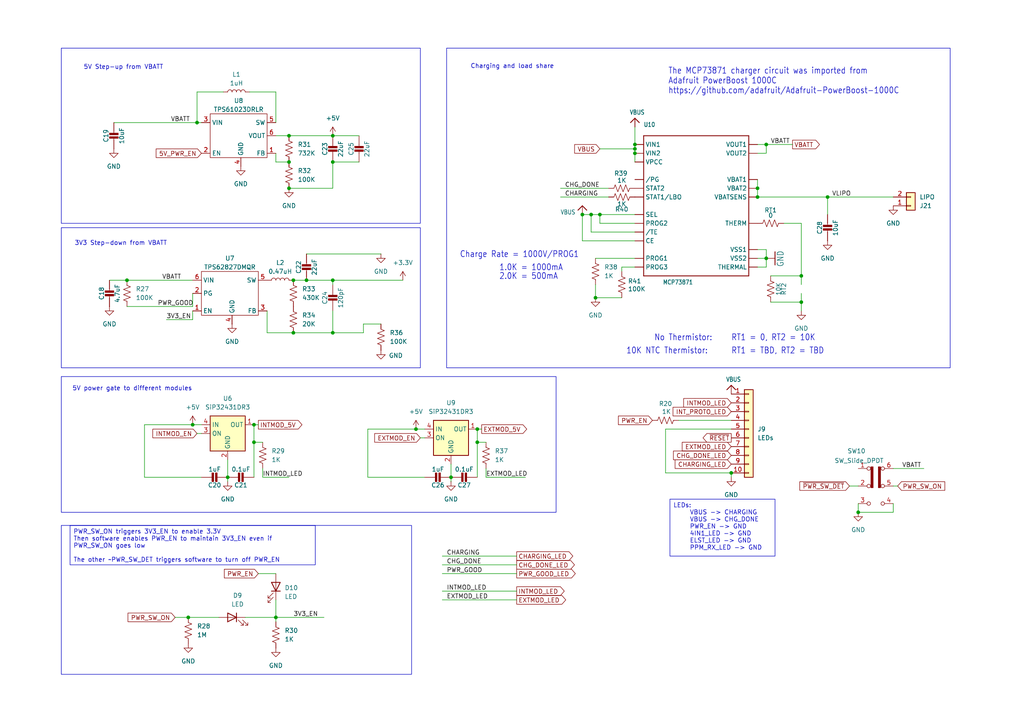
<source format=kicad_sch>
(kicad_sch (version 20231120) (generator "eeschema") (generator_version "8.0")
  (paper "A4")
  (lib_symbols
    (symbol "Adafruit PowerBoost 1000C Rev B-eagle-import:CAP_CERAMIC0805-NOOUTLINE"
      (property "Reference" "C" (at -2.29 1.25 90))
      (symbol "CAP_CERAMIC0805-NOOUTLINE_1_0"
        (rectangle (start -1.27 0.508) (end 1.27 1.016) (fill (type outline)))
        (rectangle (start -1.27 1.524) (end 1.27 2.032) (fill (type outline)))
        (polyline (pts (xy 0 0.762) (xy 0 0)) (stroke (width 0.1524)))
        (polyline (pts (xy 0 2.54) (xy 0 1.778)) (stroke (width 0.1524)))
        (pin passive line (at 0 5.08 270) (length 2.54) (name "1") (number "1"))
        (pin passive line (at 0 -2.54 90) (length 2.54) (name "2") (number "2"))
      )
    )
    (symbol "Adafruit PowerBoost 1000C Rev B-eagle-import:MCP73871"
      (property "Reference" "U7" (at -15.24 22.86 0))
      (property "Value" "MCP73871" (at -15.24 -22.86 0))
      (symbol "MCP73871_1_0"
        (polyline (pts (xy -15.24 -20.32) (xy -15.24 20.32)) (stroke (width 0.254)))
        (polyline (pts (xy -15.24 20.32) (xy 15.24 20.32)) (stroke (width 0.254)))
        (polyline (pts (xy 15.24 -20.32) (xy -15.24 -20.32)) (stroke (width 0.254)))
        (polyline (pts (xy 15.24 20.32) (xy 15.24 -20.32)) (stroke (width 0.254)))
        (pin power_out line (at 17.78 17.78 180) (length 2.54) (name "VOUT1") (number "1"))
        (pin input line (at 17.78 -12.7 180) (length 2.54) (name "VSS1") (number "10"))
        (pin input line (at 17.78 -15.24 180) (length 2.54) (name "VSS2") (number "11"))
        (pin input line (at -17.78 -17.78 0) (length 2.54) (name "PROG3") (number "12"))
        (pin input line (at -17.78 -15.24 0) (length 2.54) (name "PROG1") (number "13"))
        (pin power_out line (at 17.78 7.62 180) (length 2.54) (name "VBAT1") (number "14"))
        (pin power_out line (at 17.78 5.08 180) (length 2.54) (name "VBAT2") (number "15"))
        (pin power_in line (at 17.78 2.54 180) (length 2.54) (name "VBATSENS") (number "16"))
        (pin input line (at -17.78 -10.16 0) (length 2.54) (name "CE") (number "17"))
        (pin power_in line (at -17.78 17.78 0) (length 2.54) (name "VIN1") (number "18"))
        (pin power_in line (at -17.78 15.24 0) (length 2.54) (name "VIN2") (number "19"))
        (pin input line (at -17.78 12.7 0) (length 2.54) (name "VPCC") (number "2"))
        (pin power_out line (at 17.78 15.24 180) (length 2.54) (name "VOUT2") (number "20"))
        (pin input line (at 17.78 -17.78 180) (length 2.54) (name "THERMAL") (number "21"))
        (pin input line (at -17.78 -2.54 0) (length 2.54) (name "SEL") (number "3"))
        (pin input line (at -17.78 -5.08 0) (length 2.54) (name "PROG2") (number "4"))
        (pin input line (at 17.78 -5.08 180) (length 2.54) (name "THERM") (number "5"))
        (pin output line (at -17.78 7.62 0) (length 2.54) (name "/PG") (number "6"))
        (pin output line (at -17.78 5.08 0) (length 2.54) (name "STAT2") (number "7"))
        (pin output line (at -17.78 2.54 0) (length 2.54) (name "STAT1/LBO") (number "8"))
        (pin input line (at -17.78 -7.62 0) (length 2.54) (name "/TE") (number "9"))
      )
    )
    (symbol "Adafruit PowerBoost 1000C Rev B-eagle-import:VBUS" (power)
      (symbol "VBUS_1_0"
        (polyline (pts (xy -1.27 -1.27) (xy 0 0)) (stroke (width 0.254)))
        (polyline (pts (xy 0 0) (xy 1.27 -1.27)) (stroke (width 0.254)))
        (pin power_in line (at 0 -2.54 90) (length 2.54) (name "VBUS") (number "1"))
      )
    )
    (symbol "Adafruit PowerBoost 1000C Rev B-eagle-import:supply1_GND" (power)
      (symbol "supply1_GND_1_0"
        (polyline (pts (xy -1.905 0) (xy 1.905 0)) (stroke (width 0.254)))
        (pin power_in line (at 0 2.54 270) (length 2.54) (name "GND") (number "1"))
      )
    )
    (symbol "Connector_Generic:Conn_01x02" (pin_names (offset 1.016) hide)
      (property "Reference" "J" (at 0 2.54 0))
      (property "Value" "Conn_01x02" (at 0 -5.08 0))
      (symbol "Conn_01x02_1_1"
        (rectangle (start -1.27 -2.413) (end 0 -2.667) (stroke (width 0.1524)))
        (rectangle (start -1.27 0.127) (end 0 -0.127) (stroke (width 0.1524)))
        (rectangle (start -1.27 1.27) (end 1.27 -3.81) (stroke (width 0.254)) (fill (type background)))
        (pin passive line (at -5.08 0 0) (length 3.81) (name "Pin_1") (number "1"))
        (pin passive line (at -5.08 -2.54 0) (length 3.81) (name "Pin_2") (number "2"))
      )
    )
    (symbol "Connector_Generic:Conn_01x10" (pin_names (offset 1.016) hide)
      (property "Reference" "J" (at 0 12.7 0))
      (property "Value" "Conn_01x10" (at 0 -15.24 0))
      (symbol "Conn_01x10_1_1"
        (rectangle (start -1.27 -12.573) (end 0 -12.827) (stroke (width 0.1524)))
        (rectangle (start -1.27 -10.033) (end 0 -10.287) (stroke (width 0.1524)))
        (rectangle (start -1.27 -7.493) (end 0 -7.747) (stroke (width 0.1524)))
        (rectangle (start -1.27 -4.953) (end 0 -5.207) (stroke (width 0.1524)))
        (rectangle (start -1.27 -2.413) (end 0 -2.667) (stroke (width 0.1524)))
        (rectangle (start -1.27 0.127) (end 0 -0.127) (stroke (width 0.1524)))
        (rectangle (start -1.27 2.667) (end 0 2.413) (stroke (width 0.1524)))
        (rectangle (start -1.27 5.207) (end 0 4.953) (stroke (width 0.1524)))
        (rectangle (start -1.27 7.747) (end 0 7.493) (stroke (width 0.1524)))
        (rectangle (start -1.27 10.287) (end 0 10.033) (stroke (width 0.1524)))
        (rectangle (start -1.27 11.43) (end 1.27 -13.97) (stroke (width 0.254)) (fill (type background)))
        (pin passive line (at -5.08 10.16 0) (length 3.81) (name "Pin_1") (number "1"))
        (pin passive line (at -5.08 -12.7 0) (length 3.81) (name "Pin_10") (number "10"))
        (pin passive line (at -5.08 7.62 0) (length 3.81) (name "Pin_2") (number "2"))
        (pin passive line (at -5.08 5.08 0) (length 3.81) (name "Pin_3") (number "3"))
        (pin passive line (at -5.08 2.54 0) (length 3.81) (name "Pin_4") (number "4"))
        (pin passive line (at -5.08 0 0) (length 3.81) (name "Pin_5") (number "5"))
        (pin passive line (at -5.08 -2.54 0) (length 3.81) (name "Pin_6") (number "6"))
        (pin passive line (at -5.08 -5.08 0) (length 3.81) (name "Pin_7") (number "7"))
        (pin passive line (at -5.08 -7.62 0) (length 3.81) (name "Pin_8") (number "8"))
        (pin passive line (at -5.08 -10.16 0) (length 3.81) (name "Pin_9") (number "9"))
      )
    )
    (symbol "Device:L" (pin_numbers hide) (pin_names (offset 1.016) hide)
      (property "Reference" "L" (at -1.27 0 90))
      (property "Value" "L" (at 1.905 0 90))
      (symbol "L_0_1"
        (arc (start 0 -2.54) (mid 0.6323 -1.905) (end 0 -1.27))
        (arc (start 0 -1.27) (mid 0.6323 -0.635) (end 0 0))
        (arc (start 0 0) (mid 0.6323 0.635) (end 0 1.27))
        (arc (start 0 1.27) (mid 0.6323 1.905) (end 0 2.54))
      )
      (symbol "L_1_1"
        (pin passive line (at 0 3.81 270) (length 1.27) (name "1") (number "1"))
        (pin passive line (at 0 -3.81 90) (length 1.27) (name "2") (number "2"))
      )
    )
    (symbol "Device:LED" (pin_numbers hide) (pin_names (offset 1.016) hide)
      (property "Reference" "D" (at 0 2.54 0))
      (property "Value" "LED" (at 0 -2.54 0))
      (symbol "LED_0_1"
        (polyline (pts (xy -1.27 -1.27) (xy -1.27 1.27)) (stroke (width 0.254)))
        (polyline (pts (xy -1.27 0) (xy 1.27 0)))
        (polyline (pts (xy 1.27 -1.27) (xy 1.27 1.27) (xy -1.27 0) (xy 1.27 -1.27)) (stroke (width 0.254)))
        (polyline (pts (xy -3.048 -0.762) (xy -4.572 -2.286) (xy -3.81 -2.286) (xy -4.572 -2.286) (xy -4.572 -1.524)))
        (polyline (pts (xy -1.778 -0.762) (xy -3.302 -2.286) (xy -2.54 -2.286) (xy -3.302 -2.286) (xy -3.302 -1.524)))
      )
      (symbol "LED_1_1"
        (pin passive line (at -3.81 0 0) (length 2.54) (name "K") (number "1"))
        (pin passive line (at 3.81 0 180) (length 2.54) (name "A") (number "2"))
      )
    )
    (symbol "Device:R_US" (pin_numbers hide) (pin_names (offset 0))
      (property "Reference" "R" (at 2.54 0 90))
      (property "Value" "R_US" (at -2.54 0 90))
      (symbol "R_US_0_1"
        (polyline (pts (xy 0 -2.286) (xy 0 -2.54)))
        (polyline (pts (xy 0 2.286) (xy 0 2.54)))
        (polyline (pts (xy 0 -0.762) (xy 1.016 -1.143) (xy 0 -1.524) (xy -1.016 -1.905) (xy 0 -2.286)))
        (polyline (pts (xy 0 0.762) (xy 1.016 0.381) (xy 0 0) (xy -1.016 -0.381) (xy 0 -0.762)))
        (polyline (pts (xy 0 2.286) (xy 1.016 1.905) (xy 0 1.524) (xy -1.016 1.143) (xy 0 0.762)))
      )
      (symbol "R_US_1_1"
        (pin passive line (at 0 3.81 270) (length 1.27) (name "~") (number "1"))
        (pin passive line (at 0 -3.81 90) (length 1.27) (name "~") (number "2"))
      )
    )
    (symbol "Power_Management:SiP32431DR3"
      (property "Reference" "U" (at 0 8.89 0))
      (property "Value" "SiP32431DR3" (at 0 6.35 0))
      (symbol "SiP32431DR3_0_1"
        (rectangle (start -5.08 5.08) (end 5.08 -5.08) (stroke (width 0.254)) (fill (type background)))
      )
      (symbol "SiP32431DR3_1_1"
        (pin passive line (at 7.62 2.54 180) (length 2.54) (name "OUT") (number "1"))
        (pin power_in line (at 0 -7.62 90) (length 2.54) (name "GND") (number "2"))
        (pin input line (at -7.62 0 0) (length 2.54) (name "ON") (number "3"))
        (pin passive line (at -7.62 2.54 0) (length 2.54) (name "IN") (number "4"))
        (pin passive line (at 0 -7.62 90) (length 2.54) hide (name "GND") (number "5"))
        (pin no_connect line (at 5.08 0 180) (length 2.54) hide (name "NC") (number "6"))
      )
    )
    (symbol "Switch:SW_Slide_DPDT" (pin_names (offset 0) hide)
      (property "Reference" "SW" (at 0 6.858 0))
      (property "Value" "SW_Slide_DPDT" (at 0 -8.128 0))
      (symbol "SW_Slide_DPDT_0_0"
        (circle (center -2.032 -5.08) (radius 0.508))
        (circle (center -2.032 5.08) (radius 0.508))
        (circle (center 2.032 -5.08) (radius 0.508))
        (circle (center 2.032 0) (radius 0.508))
      )
      (symbol "SW_Slide_DPDT_0_1"
        (circle (center -2.032 0) (radius 0.508))
        (circle (center 2.032 5.08) (radius 0.508))
      )
      (symbol "SW_Slide_DPDT_1_1"
        (rectangle (start -1.397 5.588) (end -0.762 -0.508) (fill (type outline)))
        (rectangle (start 0.762 5.588) (end 1.397 -0.508) (fill (type outline)))
        (pin passive line (at -5.08 5.08 0) (length 2.54) (name "A") (number "1"))
        (pin passive line (at -5.08 0 0) (length 2.54) (name "B") (number "2"))
        (pin passive line (at -5.08 -5.08 0) (length 2.54) (name "C") (number "3"))
        (pin passive line (at 5.08 -5.08 180) (length 2.54) (name "A") (number "4"))
        (pin passive line (at 5.08 0 180) (length 2.54) (name "B") (number "5"))
        (pin passive line (at 5.08 5.08 180) (length 2.54) (name "C") (number "6"))
      )
    )
    (symbol "custom_symbols:TPS61023DRLR"
      (property "Reference" "U" (at -4.572 1.524 0))
      (property "Value" "TPS61023DRLR" (at 0 0 0))
      (symbol "TPS61023DRLR_0_1"
        (rectangle (start -8.89 7.62) (end 7.62 -5.08))
      )
      (symbol "TPS61023DRLR_1_1"
        (pin input line (at 10.16 -3.81 180) (length 2.54) (name "FB") (number "1"))
        (pin input line (at -11.43 -3.81 0) (length 2.54) (name "EN") (number "2"))
        (pin power_in line (at -11.43 5.08 0) (length 2.54) (name "VIN") (number "3"))
        (pin power_out line (at 0 -7.62 90) (length 2.54) (name "GND") (number "4"))
        (pin power_out line (at 10.16 5.08 180) (length 2.54) (name "SW") (number "5"))
        (pin power_out line (at 10.16 1.27 180) (length 2.54) (name "VOUT") (number "6"))
      )
    )
    (symbol "custom_symbols:TPS62827DMQR"
      (property "Reference" "U" (at -2.032 2.032 0))
      (property "Value" "TPS62827DMQR" (at 0 0 0))
      (symbol "TPS62827DMQR_0_1"
        (rectangle (start -8.89 7.62) (end 7.62 -5.08))
      )
      (symbol "TPS62827DMQR_1_1"
        (pin input line (at -11.43 -3.81 0) (length 2.54) (name "EN") (number "1"))
        (pin output line (at -11.43 1.27 0) (length 2.54) (name "PG") (number "2"))
        (pin input line (at 10.16 -3.81 180) (length 2.54) (name "FB") (number "3"))
        (pin power_out line (at 0 -7.62 90) (length 2.54) (name "GND") (number "4"))
        (pin power_out line (at 10.16 5.08 180) (length 2.54) (name "SW") (number "5"))
        (pin power_in line (at -11.43 5.08 0) (length 2.54) (name "VIN") (number "6"))
      )
    )
    (symbol "power:+3.3V" (power) (pin_numbers hide) (pin_names (offset 0) hide)
      (property "Value" "+3.3V" (at 0 3.556 0))
      (symbol "+3.3V_0_1"
        (polyline (pts (xy -0.762 1.27) (xy 0 2.54)))
        (polyline (pts (xy 0 0) (xy 0 2.54)))
        (polyline (pts (xy 0 2.54) (xy 0.762 1.27)))
      )
      (symbol "+3.3V_1_1"
        (pin power_in line (at 0 0 90) (length 0) (name "~") (number "1"))
      )
    )
    (symbol "power:+5V" (power) (pin_numbers hide) (pin_names (offset 0) hide)
      (property "Value" "+5V" (at 0 3.556 0))
      (symbol "+5V_0_1"
        (polyline (pts (xy -0.762 1.27) (xy 0 2.54)))
        (polyline (pts (xy 0 0) (xy 0 2.54)))
        (polyline (pts (xy 0 2.54) (xy 0.762 1.27)))
      )
      (symbol "+5V_1_1"
        (pin power_in line (at 0 0 90) (length 0) (name "~") (number "1"))
      )
    )
    (symbol "power:GND" (power) (pin_numbers hide) (pin_names (offset 0) hide)
      (property "Value" "GND" (at 0 -3.81 0))
      (symbol "GND_0_1"
        (polyline (pts (xy 0 0) (xy 0 -1.27) (xy 1.27 -1.27) (xy 0 -2.54) (xy -1.27 -1.27) (xy 0 -1.27)))
      )
      (symbol "GND_1_1"
        (pin power_in line (at 0 0 270) (length 0) (name "~") (number "1"))
      )
    )
  )
  (junction (at 172.72 86.36))
  (junction (at 232.41 87.63))
  (junction (at 80.01 179.07))
  (junction (at 83.82 46.99))
  (junction (at 232.41 80.01))
  (junction (at 219.71 57.15))
  (junction (at 171.45 62.23))
  (junction (at 184.15 44.45))
  (junction (at 83.82 39.37))
  (junction (at 184.15 41.91))
  (junction (at 54.61 179.07))
  (junction (at 248.92 148.59))
  (junction (at 240.03 57.15))
  (junction (at 120.65 124.46))
  (junction (at 173.99 62.23))
  (junction (at 219.71 54.61))
  (junction (at 212.09 137.16))
  (junction (at 96.52 39.37))
  (junction (at 88.9 81.28))
  (junction (at 96.52 46.99))
  (junction (at 184.15 43.18))
  (junction (at 85.09 81.28))
  (junction (at 73.66 123.19))
  (junction (at 73.66 128.27))
  (junction (at 36.83 81.28))
  (junction (at 83.82 54.61))
  (junction (at 96.52 96.52))
  (junction (at 168.91 62.23))
  (junction (at 66.04 138.43))
  (junction (at 55.88 123.19))
  (junction (at 57.15 35.56))
  (junction (at 85.09 96.52))
  (junction (at 222.25 74.93))
  (junction (at 130.81 138.43))
  (junction (at 138.43 128.27))
  (junction (at 138.43 124.46))
  (junction (at 96.52 81.28))
  (junction (at 222.25 41.91))
  (wire (pts (xy 121.92 127) (xy 123.19 127)))
  (wire (pts (xy 138.43 128.27) (xy 138.43 138.43)))
  (wire (pts (xy 171.45 62.23) (xy 173.99 62.23)) (stroke (width 0.1524)))
  (wire (pts (xy 66.04 138.43) (xy 66.04 133.35)))
  (wire (pts (xy 168.91 62.23) (xy 171.45 62.23)) (stroke (width 0.1524)))
  (wire (pts (xy 232.41 64.77) (xy 232.41 80.01)) (stroke (width 0.1524)))
  (wire (pts (xy 83.82 39.37) (xy 96.52 39.37)))
  (wire (pts (xy 96.52 46.99) (xy 104.14 46.99)))
  (wire (pts (xy 31.75 81.28) (xy 36.83 81.28)))
  (wire (pts (xy 212.09 124.46) (xy 193.04 124.46)))
  (wire (pts (xy 36.83 81.28) (xy 55.88 81.28)))
  (wire (pts (xy 55.88 92.71) (xy 55.88 90.17)))
  (wire (pts (xy 128.27 163.83) (xy 149.86 163.83)))
  (wire (pts (xy 259.08 146.05) (xy 259.08 148.59)))
  (wire (pts (xy 128.27 171.45) (xy 149.86 171.45)))
  (wire (pts (xy 130.81 139.7) (xy 130.81 138.43)))
  (wire (pts (xy 171.45 67.31) (xy 171.45 62.23)) (stroke (width 0.1524)))
  (wire (pts (xy 162.56 54.61) (xy 176.53 54.61)))
  (wire (pts (xy 173.99 64.77) (xy 173.99 62.23)) (stroke (width 0.1524)))
  (wire (pts (xy 246.38 140.97) (xy 248.92 140.97)))
  (wire (pts (xy 184.15 41.91) (xy 184.15 43.18)) (stroke (width 0.1524)))
  (wire (pts (xy 105.41 96.52) (xy 105.41 93.98)))
  (wire (pts (xy 76.2 138.43) (xy 76.2 135.89)))
  (wire (pts (xy 219.71 77.47) (xy 222.25 77.47)) (stroke (width 0.1524)))
  (wire (pts (xy 106.68 124.46) (xy 106.68 138.43)))
  (wire (pts (xy 180.34 78.74) (xy 180.34 77.47)) (stroke (width 0.1524)))
  (wire (pts (xy 33.02 35.56) (xy 57.15 35.56)))
  (wire (pts (xy 80.01 46.99) (xy 83.82 46.99)))
  (wire (pts (xy 232.41 80.01) (xy 232.41 82.55)))
  (wire (pts (xy 168.91 62.23) (xy 168.91 69.85)) (stroke (width 0.1524)))
  (wire (pts (xy 223.52 80.01) (xy 232.41 80.01)))
  (wire (pts (xy 55.88 88.9) (xy 55.88 85.09)))
  (wire (pts (xy 96.52 54.61) (xy 83.82 54.61)))
  (wire (pts (xy 219.71 54.61) (xy 219.71 57.15)) (stroke (width 0.1524)))
  (wire (pts (xy 240.03 57.15) (xy 259.08 57.15)) (stroke (width 0.1524)))
  (wire (pts (xy 138.43 124.46) (xy 138.43 128.27)))
  (wire (pts (xy 173.99 43.18) (xy 184.15 43.18)) (stroke (width 0.1524)))
  (wire (pts (xy 172.72 82.55) (xy 172.72 86.36)))
  (wire (pts (xy 85.09 96.52) (xy 96.52 96.52)))
  (wire (pts (xy 140.97 138.43) (xy 140.97 135.89)))
  (wire (pts (xy 162.56 57.15) (xy 176.53 57.15)))
  (wire (pts (xy 212.09 138.43) (xy 212.09 137.16)))
  (wire (pts (xy 120.65 124.46) (xy 123.19 124.46)))
  (wire (pts (xy 130.81 138.43) (xy 130.81 134.62)))
  (wire (pts (xy 96.52 39.37) (xy 104.14 39.37)))
  (wire (pts (xy 55.88 123.19) (xy 58.42 123.19)))
  (wire (pts (xy 259.08 148.59) (xy 248.92 148.59)))
  (wire (pts (xy 232.41 85.09) (xy 232.41 87.63)))
  (wire (pts (xy 73.66 128.27) (xy 76.2 128.27)))
  (wire (pts (xy 64.77 26.67) (xy 57.15 26.67)))
  (wire (pts (xy 219.71 72.39) (xy 222.25 72.39)) (stroke (width 0.1524)))
  (wire (pts (xy 260.35 140.97) (xy 259.08 140.97)))
  (wire (pts (xy 96.52 82.55) (xy 96.52 81.28)))
  (wire (pts (xy 71.12 179.07) (xy 80.01 179.07)))
  (wire (pts (xy 80.01 179.07) (xy 80.01 180.34)))
  (wire (pts (xy 96.52 90.17) (xy 96.52 96.52)))
  (wire (pts (xy 138.43 128.27) (xy 140.97 128.27)))
  (wire (pts (xy 222.25 72.39) (xy 222.25 74.93)) (stroke (width 0.1524)))
  (wire (pts (xy 222.25 41.91) (xy 219.71 41.91)) (stroke (width 0.1524)))
  (wire (pts (xy 227.33 64.77) (xy 232.41 64.77)))
  (wire (pts (xy 128.27 166.37) (xy 149.86 166.37)))
  (wire (pts (xy 96.52 81.28) (xy 116.84 81.28)))
  (wire (pts (xy 73.66 128.27) (xy 73.66 138.43)))
  (wire (pts (xy 120.65 124.46) (xy 106.68 124.46)))
  (wire (pts (xy 184.15 43.18) (xy 184.15 44.45)) (stroke (width 0.1524)))
  (wire (pts (xy 41.91 123.19) (xy 41.91 138.43)))
  (wire (pts (xy 77.47 90.17) (xy 77.47 96.52)))
  (wire (pts (xy 222.25 41.91) (xy 222.25 44.45)) (stroke (width 0.1524)))
  (wire (pts (xy 168.91 69.85) (xy 184.15 69.85)) (stroke (width 0.1524)))
  (wire (pts (xy 219.71 52.07) (xy 219.71 54.61)) (stroke (width 0.1524)))
  (wire (pts (xy 57.15 35.56) (xy 58.42 35.56)))
  (wire (pts (xy 80.01 44.45) (xy 80.01 46.99)))
  (wire (pts (xy 88.9 81.28) (xy 85.09 81.28)))
  (wire (pts (xy 172.72 74.93) (xy 184.15 74.93)))
  (wire (pts (xy 193.04 124.46) (xy 193.04 137.16)))
  (wire (pts (xy 172.72 86.36) (xy 180.34 86.36)))
  (wire (pts (xy 138.43 124.46) (xy 139.7 124.46)))
  (wire (pts (xy 48.26 92.71) (xy 55.88 92.71)))
  (wire (pts (xy 73.66 123.19) (xy 74.93 123.19)))
  (wire (pts (xy 41.91 123.19) (xy 55.88 123.19)))
  (wire (pts (xy 80.01 35.56) (xy 80.01 26.67)))
  (wire (pts (xy 219.71 74.93) (xy 222.25 74.93)) (stroke (width 0.1524)))
  (wire (pts (xy 105.41 93.98) (xy 110.49 93.98)))
  (wire (pts (xy 222.25 41.91) (xy 229.87 41.91)))
  (wire (pts (xy 223.52 87.63) (xy 232.41 87.63)))
  (wire (pts (xy 57.15 26.67) (xy 57.15 35.56)))
  (wire (pts (xy 96.52 81.28) (xy 88.9 81.28)))
  (wire (pts (xy 140.97 138.43) (xy 152.4 138.43)))
  (wire (pts (xy 219.71 44.45) (xy 222.25 44.45)) (stroke (width 0.1524)))
  (wire (pts (xy 96.52 96.52) (xy 105.41 96.52)))
  (wire (pts (xy 80.01 173.99) (xy 80.01 179.07)))
  (wire (pts (xy 77.47 96.52) (xy 85.09 96.52)))
  (wire (pts (xy 57.15 125.73) (xy 58.42 125.73)))
  (wire (pts (xy 106.68 138.43) (xy 123.19 138.43)))
  (wire (pts (xy 96.52 46.99) (xy 96.52 54.61)))
  (wire (pts (xy 196.85 121.92) (xy 212.09 121.92)))
  (wire (pts (xy 180.34 77.47) (xy 184.15 77.47)) (stroke (width 0.1524)))
  (wire (pts (xy 66.04 139.7) (xy 66.04 138.43)))
  (wire (pts (xy 240.03 62.23) (xy 240.03 57.15)) (stroke (width 0.1524)))
  (wire (pts (xy 80.01 39.37) (xy 83.82 39.37)))
  (wire (pts (xy 232.41 87.63) (xy 232.41 90.17)))
  (wire (pts (xy 248.92 148.59) (xy 248.92 146.05)))
  (wire (pts (xy 222.25 77.47) (xy 222.25 74.93)) (stroke (width 0.1524)))
  (wire (pts (xy 171.45 67.31) (xy 184.15 67.31)) (stroke (width 0.1524)))
  (wire (pts (xy 50.8 179.07) (xy 54.61 179.07)))
  (wire (pts (xy 193.04 137.16) (xy 212.09 137.16)))
  (wire (pts (xy 73.66 123.19) (xy 73.66 128.27)))
  (wire (pts (xy 80.01 179.07) (xy 93.98 179.07)))
  (wire (pts (xy 83.82 138.43) (xy 76.2 138.43)))
  (wire (pts (xy 128.27 173.99) (xy 149.86 173.99)))
  (wire (pts (xy 173.99 64.77) (xy 184.15 64.77)) (stroke (width 0.1524)))
  (wire (pts (xy 88.9 73.66) (xy 110.49 73.66)))
  (wire (pts (xy 80.01 26.67) (xy 72.39 26.67)))
  (wire (pts (xy 128.27 161.29) (xy 149.86 161.29)))
  (wire (pts (xy 74.93 166.37) (xy 80.01 166.37)))
  (wire (pts (xy 184.15 62.23) (xy 173.99 62.23)) (stroke (width 0.1524)))
  (wire (pts (xy 41.91 138.43) (xy 58.42 138.43)))
  (wire (pts (xy 184.15 44.45) (xy 184.15 46.99)))
  (wire (pts (xy 54.61 179.07) (xy 63.5 179.07)))
  (wire (pts (xy 259.08 135.89) (xy 267.97 135.89)))
  (wire (pts (xy 36.83 88.9) (xy 55.88 88.9)))
  (wire (pts (xy 184.15 36.83) (xy 184.15 41.91)) (stroke (width 0.1524)))
  (wire (pts (xy 219.71 57.15) (xy 240.03 57.15)) (stroke (width 0.1524)))
  (rectangle (start 17.78 13.97) (end 121.92 64.77))
  (rectangle (start 17.78 66.04) (end 121.92 106.68))
  (rectangle (start 129.54 13.97) (end 275.59 106.68))
  (rectangle (start 17.78 109.22) (end 161.29 148.59))
  (rectangle (start 17.78 152.4) (end 119.38 195.58))
  (text_box "LEDs:\n	VBUS -> CHARGING\n	VBUS -> CHG_DONE\n	PWR_EN -> GND\n	4IN1_LED -> GND\n	ELST_LED -> GND\n	PPM_RX_LED -> GND\n" (at 194.31 144.78 0) (size 30.48 16.51) (effects (font (size 1.27 1.27)) (justify left top)))
  (text_box "PWR_SW_ON triggers 3V3_EN to enable 3.3V\nThen software enables PWR_EN to maintain 3V3_EN even if PWR_SW_ON goes low\n\nThe other ~PWR_SW_DET triggers software to turn off PWR_EN" (at 20.32 152.4 0) (size 71.12 11.43) (effects (font (size 1.27 1.27)) (justify left top)))
  (text "10K NTC Thermistor:" (at 181.61 102.87 0) (effects (font (size 1.778 1.5113)) (justify left bottom)))
  (text "5V power gate to different modules" (at 38.354 112.776 0) (effects (font (size 1.27 1.27))))
  (text "The MCP73871 charger circuit was imported from\nAdafruit PowerBoost 1000C\nhttps://github.com/adafruit/Adafruit-PowerBoost-1000C" (at 193.802 27.432 0) (effects (font (size 1.778 1.5113)) (justify left bottom)))
  (text "5V Step-up from VBATT" (at 35.814 19.558 0) (effects (font (size 1.27 1.27))))
  (text "1.0K = 1000mA" (at 144.78 78.74 0) (effects (font (size 1.778 1.5113)) (justify left bottom)))
  (text "No Thermistor:" (at 189.738 99.06 0) (effects (font (size 1.778 1.5113)) (justify left bottom)))
  (text "Charge Rate = 1000V/PROG1" (at 133.35 74.93 0) (effects (font (size 1.778 1.5113)) (justify left bottom)))
  (text "RT1 = TBD, RT2 = TBD" (at 212.09 102.87 0) (effects (font (size 1.778 1.5113)) (justify left bottom)))
  (text "Charging and load share" (at 148.59 19.304 0) (effects (font (size 1.27 1.27))))
  (text "3V3 Step-down from VBATT\n" (at 35.052 70.612 0) (effects (font (size 1.27 1.27))))
  (text "RT1 = 0, RT2 = 10K" (at 212.09 99.06 0) (effects (font (size 1.778 1.5113)) (justify left bottom)))
  (text "2.0K = 500mA" (at 144.78 81.28 0) (effects (font (size 1.778 1.5113)) (justify left bottom)))
  (label "VLIPO" (at 241.3 57.15 0))
  (label "CHG_DONE" (at 163.83 54.61 0))
  (label "VBATT" (at 46.99 81.28 0))
  (label "CHARGING" (at 129.54 161.29 0))
  (label "PWR_GOOD" (at 129.54 166.37 0))
  (label "EXTMOD_LED" (at 129.54 173.99 0))
  (label "PWR_GOOD" (at 45.72 88.9 0))
  (label "VBATT" (at 223.52 41.91 0))
  (label "INTMOD_LED" (at 76.2 138.43 0))
  (label "EXTMOD_LED" (at 140.97 138.43 0))
  (label "VBATT" (at 261.62 135.89 0))
  (label "CHARGING" (at 163.83 57.15 0))
  (label "3V3_EN" (at 48.26 92.71 0))
  (label "VBATT" (at 49.53 35.56 0))
  (label "CHG_DONE" (at 129.54 163.83 0))
  (label "3V3_EN" (at 85.09 179.07 0))
  (label "INTMOD_LED" (at 129.54 171.45 0))
  (global_label "INTMOD_LED" (shape input) (at 212.09 116.84 180) (property "Intersheetrefs" "${INTERSHEET_REFS}" (effects (hide yes))))
  (global_label "CHARGING_LED" (shape input) (at 212.09 134.62 180) (property "Intersheetrefs" "${INTERSHEET_REFS}" (effects (hide yes))))
  (global_label "EXTMOD_LED" (shape input) (at 212.09 129.54 180) (property "Intersheetrefs" "${INTERSHEET_REFS}" (effects (hide yes))))
  (global_label "VBATT" (shape output) (at 229.87 41.91 0) (property "Intersheetrefs" "${INTERSHEET_REFS}" (effects (hide yes))))
  (global_label "~{PWR_SW_DET}" (shape input) (at 246.38 140.97 180) (property "Intersheetrefs" "${INTERSHEET_REFS}" (effects (hide yes))))
  (global_label "INTMOD_5V" (shape output) (at 74.93 123.19 0) (property "Intersheetrefs" "${INTERSHEET_REFS}" (effects (hide yes))))
  (global_label "PWR_SW_ON" (shape input) (at 50.8 179.07 180) (property "Intersheetrefs" "${INTERSHEET_REFS}" (effects (hide yes))))
  (global_label "~{RESET}" (shape output) (at 212.09 127 180) (property "Intersheetrefs" "${INTERSHEET_REFS}" (effects (hide yes))))
  (global_label "VBUS" (shape input) (at 173.99 43.18 180) (property "Intersheetrefs" "${INTERSHEET_REFS}" (effects (hide yes))))
  (global_label "INT_PROTO_LED" (shape input) (at 212.09 119.38 180) (property "Intersheetrefs" "${INTERSHEET_REFS}" (effects (hide yes))))
  (global_label "EXTMOD_EN" (shape input) (at 121.92 127 180) (property "Intersheetrefs" "${INTERSHEET_REFS}" (effects (hide yes))))
  (global_label "PWR_EN" (shape input) (at 74.93 166.37 180) (property "Intersheetrefs" "${INTERSHEET_REFS}" (effects (hide yes))))
  (global_label "PWR_EN" (shape input) (at 189.23 121.92 180) (property "Intersheetrefs" "${INTERSHEET_REFS}" (effects (hide yes))))
  (global_label "CHG_DONE_LED" (shape input) (at 212.09 132.08 180) (property "Intersheetrefs" "${INTERSHEET_REFS}" (effects (hide yes))))
  (global_label "CHG_DONE_LED" (shape output) (at 149.86 163.83 0) (property "Intersheetrefs" "${INTERSHEET_REFS}" (effects (hide yes))))
  (global_label "EXTMOD_LED" (shape output) (at 149.86 173.99 0) (property "Intersheetrefs" "${INTERSHEET_REFS}" (effects (hide yes))))
  (global_label "EXTMOD_5V" (shape output) (at 139.7 124.46 0) (property "Intersheetrefs" "${INTERSHEET_REFS}" (effects (hide yes))))
  (global_label "PWR_GOOD_LED" (shape output) (at 149.86 166.37 0) (property "Intersheetrefs" "${INTERSHEET_REFS}" (effects (hide yes))))
  (global_label "CHARGING_LED" (shape output) (at 149.86 161.29 0) (property "Intersheetrefs" "${INTERSHEET_REFS}" (effects (hide yes))))
  (global_label "INTMOD_EN" (shape input) (at 57.15 125.73 180) (property "Intersheetrefs" "${INTERSHEET_REFS}" (effects (hide yes))))
  (global_label "INTMOD_LED" (shape output) (at 149.86 171.45 0) (property "Intersheetrefs" "${INTERSHEET_REFS}" (effects (hide yes))))
  (global_label "5V_PWR_EN" (shape input) (at 58.42 44.45 180) (property "Intersheetrefs" "${INTERSHEET_REFS}" (effects (hide yes))))
  (global_label "PWR_SW_ON" (shape input) (at 260.35 140.97 0) (property "Intersheetrefs" "${INTERSHEET_REFS}" (effects (hide yes))))
  (symbol (lib_id "power:GND") (at 69.85 48.26 0) (unit 1)
    (property "Reference" "#PWR075" (effects (hide yes)))
    (property "Value" "GND" (at 69.85 53.34 0))
    (property "Description" "Power symbol creates a global label with name \"GND\" , ground" (effects (hide yes)))
  )
  (symbol (lib_id "Switch:SW_Slide_DPDT") (at 254 140.97 0) (unit 1)
    (property "Reference" "SW10" (at 248.412 130.81 0))
    (property "Value" "SW_Slide_DPDT" (at 249.174 133.604 0))
    (property "Footprint" "my_footprints:SW_SLIDE_DPDT_7mm" (effects (hide yes)))
    (property "Description" "Slide Switch, dual pole double throw" (effects (hide yes)))
  )
  (symbol (lib_id "Power_Management:SiP32431DR3") (at 130.81 127 0) (unit 1)
    (property "Reference" "U9" (at 130.81 116.84 0))
    (property "Value" "SiP32431DR3" (at 130.81 119.38 0))
    (property "Footprint" "Package_TO_SOT_SMD:SOT-363_SC-70-6" (effects (hide yes)))
    (property "Datasheet" "http://www.vishay.com.hk/docs/66597/sip32431.pdf" (effects (hide yes)))
    (property "Description" "10 pA, Ultra Low Leakage and Quiescent Current, Load Switch with Reverse Blocking, High Enable, SC-70-6" (effects (hide yes)))
  )
  (symbol (lib_id "Adafruit PowerBoost 1000C Rev B-eagle-import:VBUS") (at 184.15 34.29 0) (unit 1)
    (property "Reference" "#U$03" (effects (hide yes)))
    (property "Value" "VBUS" (at 182.626 33.274 0) (effects (font (size 1.27 1.0795)) (justify left bottom)))
  )
  (symbol (lib_id "power:+5V") (at 55.88 123.19 0) (unit 1)
    (property "Reference" "#PWR072" (effects (hide yes)))
    (property "Value" "+5V" (at 55.88 118.11 0))
    (property "Description" "Power symbol creates a global label with name \"+5V\"" (effects (hide yes)))
  )
  (symbol (lib_id "power:GND") (at 259.08 59.69 0) (unit 1)
    (property "Reference" "#PWR088" (effects (hide yes)))
    (property "Value" "GND" (at 259.08 64.77 0))
    (property "Description" "Power symbol creates a global label with name \"GND\" , ground" (effects (hide yes)))
  )
  (symbol (lib_id "Device:R_US") (at 36.83 85.09 0) (unit 1)
    (property "Reference" "R27" (at 39.37 83.8199 0) (effects (justify left)))
    (property "Value" "100K" (at 39.37 86.3599 0) (effects (justify left)))
    (property "Footprint" "Resistor_SMD:R_0603_1608Metric" (effects (hide yes)))
    (property "Description" "Resistor, US symbol" (effects (hide yes)))
  )
  (symbol (lib_id "Device:R_US") (at 193.04 121.92 270) (unit 1)
    (property "Reference" "R20" (at 193.04 117.094 90))
    (property "Value" "1K" (at 193.294 119.38 90))
    (property "Footprint" "Resistor_SMD:R_0603_1608Metric" (effects (hide yes)))
    (property "Description" "Resistor, US symbol" (effects (hide yes)))
  )
  (symbol (lib_id "Adafruit PowerBoost 1000C Rev B-eagle-import:CAP_CERAMIC0805-NOOUTLINE") (at 135.89 138.43 90) (unit 1)
    (property "Reference" "C27" (at 134.64 140.72 90))
    (property "Value" "0.1uF" (at 134.64 136.13 90))
    (property "Footprint" "Capacitor_SMD:C_0603_1608Metric" (effects (hide yes)))
  )
  (symbol (lib_id "Adafruit PowerBoost 1000C Rev B-eagle-import:CAP_CERAMIC0805-NOOUTLINE") (at 128.27 138.43 90) (unit 1)
    (property "Reference" "C26" (at 127.02 140.72 90))
    (property "Value" "1uF" (at 127.02 136.13 90))
    (property "Footprint" "Capacitor_SMD:C_0603_1608Metric" (effects (hide yes)))
  )
  (symbol (lib_id "power:GND") (at 54.61 186.69 0) (unit 1)
    (property "Reference" "#PWR071" (effects (hide yes)))
    (property "Value" "GND" (at 54.61 191.77 0))
    (property "Description" "Power symbol creates a global label with name \"GND\" , ground" (effects (hide yes)))
  )
  (symbol (lib_id "Device:R_US") (at 223.52 83.82 0) (unit 1)
    (property "Reference" "RT2" (at 227.33 83.82 90))
    (property "Value" "10K" (at 225.806 83.82 90))
    (property "Footprint" "Resistor_SMD:R_0603_1608Metric" (effects (hide yes)))
    (property "Description" "Resistor, US symbol" (effects (hide yes)))
  )
  (symbol (lib_id "Adafruit PowerBoost 1000C Rev B-eagle-import:VBUS") (at 168.91 59.69 0) (unit 1)
    (property "Reference" "#U$02" (effects (hide yes)))
    (property "Value" "VBUS" (at 162.56 62.23 0) (effects (font (size 1.27 1.0795)) (justify left bottom)))
  )
  (symbol (lib_id "Device:R_US") (at 80.01 184.15 0) (unit 1)
    (property "Reference" "R30" (at 82.55 182.8799 0) (effects (justify left)))
    (property "Value" "1K" (at 82.55 185.4199 0) (effects (justify left)))
    (property "Footprint" "Resistor_SMD:R_0603_1608Metric" (effects (hide yes)))
    (property "Description" "Resistor, US symbol" (effects (hide yes)))
  )
  (symbol (lib_id "power:+5V") (at 120.65 124.46 0) (unit 1)
    (property "Reference" "#PWR083" (effects (hide yes)))
    (property "Value" "+5V" (at 120.65 119.38 0))
    (property "Description" "Power symbol creates a global label with name \"+5V\"" (effects (hide yes)))
  )
  (symbol (lib_id "power:GND") (at 248.92 148.59 0) (unit 1)
    (property "Reference" "#PWR06" (effects (hide yes)))
    (property "Value" "GND" (at 248.92 153.67 0))
    (property "Description" "Power symbol creates a global label with name \"GND\" , ground" (effects (hide yes)))
  )
  (symbol (lib_id "custom_symbols:TPS62827DMQR") (at 67.31 86.36 0) (unit 1)
    (property "Reference" "U7" (at 66.675 74.93 0))
    (property "Value" "TPS62827DMQR" (at 66.675 77.47 0))
    (property "Footprint" "my_footprints:DMQ_6" (effects (hide yes)))
  )
  (symbol (lib_id "Device:R_US") (at 223.52 64.77 90) (unit 1)
    (property "Reference" "RT1" (at 223.52 60.96 90))
    (property "Value" "0" (at 223.52 62.484 90))
    (property "Footprint" "Resistor_SMD:R_0603_1608Metric" (effects (hide yes)))
    (property "Description" "Resistor, US symbol" (effects (hide yes)))
  )
  (symbol (lib_id "power:+5V") (at 96.52 39.37 0) (unit 1)
    (property "Reference" "#PWR078" (effects (hide yes)))
    (property "Value" "+5V" (at 96.52 34.29 0))
    (property "Description" "Power symbol creates a global label with name \"+5V\"" (effects (hide yes)))
  )
  (symbol (lib_id "Adafruit PowerBoost 1000C Rev B-eagle-import:VBUS") (at 212.09 111.76 0) (unit 1)
    (property "Reference" "#U$01" (effects (hide yes)))
    (property "Value" "VBUS" (at 210.566 110.744 0) (effects (font (size 1.27 1.0795)) (justify left bottom)))
  )
  (symbol (lib_id "power:GND") (at 31.75 88.9 0) (unit 1)
    (property "Reference" "#PWR069" (effects (hide yes)))
    (property "Value" "GND" (at 31.75 93.98 0))
    (property "Description" "Power symbol creates a global label with name \"GND\" , ground" (effects (hide yes)))
  )
  (symbol (lib_id "Adafruit PowerBoost 1000C Rev B-eagle-import:CAP_CERAMIC0805-NOOUTLINE") (at 96.52 87.63 0) (unit 1)
    (property "Reference" "C24" (at 94.23 86.38 90))
    (property "Value" "120pF" (at 98.82 86.38 90))
    (property "Footprint" "Capacitor_SMD:C_0603_1608Metric" (effects (hide yes)))
  )
  (symbol (lib_id "Connector_Generic:Conn_01x10") (at 217.17 124.46 0) (unit 1)
    (property "Reference" "J9" (at 219.71 124.4599 0) (effects (justify left)))
    (property "Value" "LEDs" (at 219.71 126.9999 0) (effects (justify left)))
    (property "Footprint" "Connector_JST:JST_GH_BM10B-GHS-TBT_1x10-1MP_P1.25mm_Vertical" (effects (hide yes)))
    (property "Description" "Generic connector, single row, 01x10, script generated (kicad-library-utils/schlib/autogen/connector/)" (effects (hide yes)))
  )
  (symbol (lib_id "Device:R_US") (at 110.49 97.79 0) (unit 1)
    (property "Reference" "R36" (at 113.03 96.5199 0) (effects (justify left)))
    (property "Value" "100K" (at 113.03 99.0599 0) (effects (justify left)))
    (property "Footprint" "Resistor_SMD:R_0603_1608Metric" (effects (hide yes)))
    (property "Description" "Resistor, US symbol" (effects (hide yes)))
  )
  (symbol (lib_id "Adafruit PowerBoost 1000C Rev B-eagle-import:MCP73871") (at 201.93 59.69 0) (unit 1)
    (property "Reference" "U10" (at 186.69 36.83 0) (effects (font (size 1.27 1.0795)) (justify left bottom)))
    (property "Value" "MCP73871" (at 192.278 82.55 0) (effects (font (size 1.27 1.0795)) (justify left bottom)))
    (property "Footprint" "Package_DFN_QFN:QFN-20-1EP_4x4mm_P0.5mm_EP2.5x2.5mm" (effects (hide yes)))
  )
  (symbol (lib_id "Device:R_US") (at 83.82 43.18 0) (unit 1)
    (property "Reference" "R31" (at 86.36 41.9099 0) (effects (justify left)))
    (property "Value" "732K" (at 86.36 44.4499 0) (effects (justify left)))
    (property "Footprint" "Resistor_SMD:R_0603_1608Metric" (effects (hide yes)))
    (property "Description" "Resistor, US symbol" (effects (hide yes)))
  )
  (symbol (lib_id "Device:R_US") (at 54.61 182.88 0) (unit 1)
    (property "Reference" "R28" (at 57.15 181.6099 0) (effects (justify left)))
    (property "Value" "1M" (at 57.15 184.1499 0) (effects (justify left)))
    (property "Footprint" "Resistor_SMD:R_0603_1608Metric" (effects (hide yes)))
    (property "Description" "Resistor, US symbol" (effects (hide yes)))
  )
  (symbol (lib_id "Device:L") (at 81.28 81.28 90) (unit 1)
    (property "Reference" "L2" (at 81.28 76.2 90))
    (property "Value" "0.47uH" (at 81.28 78.74 90))
    (property "Footprint" "Inductor_SMD:L_Cenker_CKCS4020" (effects (hide yes)))
    (property "Description" "Inductor" (effects (hide yes)))
  )
  (symbol (lib_id "Adafruit PowerBoost 1000C Rev B-eagle-import:CAP_CERAMIC0805-NOOUTLINE") (at 96.52 44.45 0) (unit 1)
    (property "Reference" "C23" (at 94.23 43.2 90))
    (property "Value" "22uF" (at 98.82 43.2 90))
    (property "Footprint" "Capacitor_SMD:C_0603_1608Metric" (effects (hide yes)))
  )
  (symbol (lib_id "power:GND") (at 232.41 90.17 0) (unit 1)
    (property "Reference" "#PWR086" (effects (hide yes)))
    (property "Value" "GND" (at 232.41 95.25 0))
    (property "Description" "Power symbol creates a global label with name \"GND\" , ground" (effects (hide yes)))
  )
  (symbol (lib_id "Device:R_US") (at 180.34 82.55 0) (unit 1)
    (property "Reference" "R41" (at 182.118 81.534 0) (effects (justify left)))
    (property "Value" "100K" (at 182.118 83.82 0) (effects (justify left)))
    (property "Footprint" "Resistor_SMD:R_0603_1608Metric" (effects (hide yes)))
    (property "Description" "Resistor, US symbol" (effects (hide yes)))
  )
  (symbol (lib_id "power:GND") (at 110.49 73.66 0) (unit 1)
    (property "Reference" "#PWR080" (effects (hide yes)))
    (property "Value" "GND" (at 110.49 78.74 0))
    (property "Description" "Power symbol creates a global label with name \"GND\" , ground" (effects (hide yes)))
  )
  (symbol (lib_id "power:GND") (at 33.02 43.18 0) (unit 1)
    (property "Reference" "#PWR070" (effects (hide yes)))
    (property "Value" "GND" (at 33.02 48.26 0))
    (property "Description" "Power symbol creates a global label with name \"GND\" , ground" (effects (hide yes)))
  )
  (symbol (lib_id "Device:R_US") (at 83.82 50.8 0) (unit 1)
    (property "Reference" "R32" (at 86.36 49.5299 0) (effects (justify left)))
    (property "Value" "100K" (at 86.36 52.0699 0) (effects (justify left)))
    (property "Footprint" "Resistor_SMD:R_0603_1608Metric" (effects (hide yes)))
    (property "Description" "Resistor, US symbol" (effects (hide yes)))
  )
  (symbol (lib_id "power:GND") (at 172.72 86.36 0) (unit 1)
    (property "Reference" "#PWR085" (effects (hide yes)))
    (property "Value" "GND" (at 172.72 91.44 0))
    (property "Description" "Power symbol creates a global label with name \"GND\" , ground" (effects (hide yes)))
  )
  (symbol (lib_id "power:+3.3V") (at 116.84 81.28 0) (unit 1)
    (property "Reference" "#PWR082" (effects (hide yes)))
    (property "Value" "+3.3V" (at 116.84 76.2 0))
    (property "Description" "Power symbol creates a global label with name \"+3.3V\"" (effects (hide yes)))
  )
  (symbol (lib_id "Device:R_US") (at 140.97 132.08 0) (unit 1)
    (property "Reference" "R37" (at 143.51 130.8099 0) (effects (justify left)))
    (property "Value" "1K" (at 143.51 133.3499 0) (effects (justify left)))
    (property "Footprint" "Resistor_SMD:R_0603_1608Metric" (effects (hide yes)))
    (property "Description" "Resistor, US symbol" (effects (hide yes)))
  )
  (symbol (lib_id "Adafruit PowerBoost 1000C Rev B-eagle-import:CAP_CERAMIC0805-NOOUTLINE") (at 71.12 138.43 90) (unit 1)
    (property "Reference" "C21" (at 69.87 140.72 90))
    (property "Value" "0.1uF" (at 69.87 136.13 90))
    (property "Footprint" "Capacitor_SMD:C_0603_1608Metric" (effects (hide yes)))
  )
  (symbol (lib_id "Device:R_US") (at 180.34 54.61 90) (unit 1)
    (property "Reference" "R39" (at 180.086 50.292 90))
    (property "Value" "1K" (at 180.34 52.324 90))
    (property "Footprint" "Resistor_SMD:R_0603_1608Metric" (effects (hide yes)))
    (property "Description" "Resistor, US symbol" (effects (hide yes)))
  )
  (symbol (lib_id "Device:R_US") (at 85.09 85.09 0) (unit 1)
    (property "Reference" "R33" (at 87.63 83.8199 0) (effects (justify left)))
    (property "Value" "430K" (at 87.63 86.3599 0) (effects (justify left)))
    (property "Footprint" "Resistor_SMD:R_0603_1608Metric" (effects (hide yes)))
    (property "Description" "Resistor, US symbol" (effects (hide yes)))
  )
  (symbol (lib_id "power:GND") (at 110.49 101.6 0) (unit 1)
    (property "Reference" "#PWR081" (effects (hide yes)))
    (property "Value" "GND" (at 114.808 103.124 0))
    (property "Description" "Power symbol creates a global label with name \"GND\" , ground" (effects (hide yes)))
  )
  (symbol (lib_id "custom_symbols:TPS61023DRLR") (at 69.85 40.64 0) (unit 1)
    (property "Reference" "U8" (at 69.215 29.21 0))
    (property "Value" "TPS61023DRLR" (at 69.215 31.75 0))
    (property "Footprint" "Package_TO_SOT_SMD:Texas_R-PDSO-N6_DRL-6" (effects (hide yes)))
  )
  (symbol (lib_id "Device:LED") (at 80.01 170.18 270) (mirror x) (unit 1)
    (property "Reference" "D10" (at 82.55 170.4974 90) (effects (justify left)))
    (property "Value" "LED" (at 82.55 173.0374 90) (effects (justify left)))
    (property "Footprint" "LED_SMD:LED_0603_1608Metric" (effects (hide yes)))
    (property "Description" "Light emitting diode" (effects (hide yes)))
  )
  (symbol (lib_id "power:GND") (at 130.81 139.7 0) (unit 1)
    (property "Reference" "#PWR084" (effects (hide yes)))
    (property "Value" "GND" (at 130.81 144.78 0))
    (property "Description" "Power symbol creates a global label with name \"GND\" , ground" (effects (hide yes)))
  )
  (symbol (lib_id "power:GND") (at 212.09 138.43 0) (unit 1)
    (property "Reference" "#PWR010" (effects (hide yes)))
    (property "Value" "GND" (at 212.09 143.51 0))
    (property "Description" "Power symbol creates a global label with name \"GND\" , ground" (effects (hide yes)))
  )
  (symbol (lib_id "Adafruit PowerBoost 1000C Rev B-eagle-import:supply1_GND") (at 224.79 74.93 90) (unit 1)
    (property "Reference" "#GND01" (effects (hide yes)))
    (property "Value" "GND" (at 227.33 77.47 0) (effects (font (size 1.778 1.5113)) (justify left bottom)))
  )
  (symbol (lib_id "Device:R_US") (at 85.09 92.71 0) (unit 1)
    (property "Reference" "R34" (at 87.63 91.4399 0) (effects (justify left)))
    (property "Value" "20K" (at 87.63 93.9799 0) (effects (justify left)))
    (property "Footprint" "Resistor_SMD:R_0603_1608Metric" (effects (hide yes)))
    (property "Description" "Resistor, US symbol" (effects (hide yes)))
  )
  (symbol (lib_id "Adafruit PowerBoost 1000C Rev B-eagle-import:CAP_CERAMIC0805-NOOUTLINE") (at 88.9 78.74 0) (unit 1)
    (property "Reference" "C22" (at 86.61 77.49 90))
    (property "Value" "22uF" (at 91.2 77.49 90))
    (property "Footprint" "Capacitor_SMD:C_0603_1608Metric" (effects (hide yes)))
  )
  (symbol (lib_id "Connector_Generic:Conn_01x02") (at 264.16 59.69 0) (mirror x) (unit 1)
    (property "Reference" "J21" (at 266.7 59.6901 0) (effects (justify left)))
    (property "Value" "LIPO" (at 266.7 57.1501 0) (effects (justify left)))
    (property "Footprint" "Connector_AMASS:AMASS_XT30UPB-M_1x02_P5.0mm_Vertical" (effects (hide yes)))
    (property "Description" "Generic connector, single row, 01x02, script generated (kicad-library-utils/schlib/autogen/connector/)" (effects (hide yes)))
  )
  (symbol (lib_id "Adafruit PowerBoost 1000C Rev B-eagle-import:CAP_CERAMIC0805-NOOUTLINE") (at 33.02 40.64 0) (unit 1)
    (property "Reference" "C19" (at 30.73 39.39 90))
    (property "Value" "10uF" (at 35.32 39.39 90))
    (property "Footprint" "Capacitor_SMD:C_0603_1608Metric" (effects (hide yes)))
  )
  (symbol (lib_id "Device:R_US") (at 180.34 57.15 90) (unit 1)
    (property "Reference" "R40" (at 180.34 60.706 90))
    (property "Value" "1K" (at 180.34 59.182 90))
    (property "Footprint" "Resistor_SMD:R_0603_1608Metric" (effects (hide yes)))
    (property "Description" "Resistor, US symbol" (effects (hide yes)))
  )
  (symbol (lib_id "Device:R_US") (at 172.72 78.74 0) (unit 1)
    (property "Reference" "R38" (at 175.26 77.4699 0) (effects (justify left)))
    (property "Value" "1K" (at 175.26 80.0099 0) (effects (justify left)))
    (property "Footprint" "Resistor_SMD:R_0603_1608Metric" (effects (hide yes)))
    (property "Description" "Resistor, US symbol" (effects (hide yes)))
  )
  (symbol (lib_id "power:GND") (at 66.04 139.7 0) (unit 1)
    (property "Reference" "#PWR073" (effects (hide yes)))
    (property "Value" "GND" (at 66.04 144.78 0))
    (property "Description" "Power symbol creates a global label with name \"GND\" , ground" (effects (hide yes)))
  )
  (symbol (lib_id "Adafruit PowerBoost 1000C Rev B-eagle-import:CAP_CERAMIC0805-NOOUTLINE") (at 240.03 67.31 0) (unit 1)
    (property "Reference" "C28" (at 237.74 66.06 90))
    (property "Value" "10uF" (at 242.33 66.06 90))
    (property "Footprint" "Capacitor_SMD:C_0603_1608Metric" (effects (hide yes)))
  )
  (symbol (lib_id "Adafruit PowerBoost 1000C Rev B-eagle-import:CAP_CERAMIC0805-NOOUTLINE") (at 31.75 86.36 0) (unit 1)
    (property "Reference" "C18" (at 29.46 85.11 90))
    (property "Value" "4.7uF" (at 34.05 85.11 90))
    (property "Footprint" "Capacitor_SMD:C_0603_1608Metric" (effects (hide yes)))
  )
  (symbol (lib_id "power:GND") (at 67.31 93.98 0) (unit 1)
    (property "Reference" "#PWR074" (effects (hide yes)))
    (property "Value" "GND" (at 67.31 99.06 0))
    (property "Description" "Power symbol creates a global label with name \"GND\" , ground" (effects (hide yes)))
  )
  (symbol (lib_id "Device:LED") (at 67.31 179.07 0) (mirror y) (unit 1)
    (property "Reference" "D9" (at 68.8975 172.72 0))
    (property "Value" "LED" (at 68.8975 175.26 0))
    (property "Footprint" "LED_SMD:LED_0603_1608Metric" (effects (hide yes)))
    (property "Description" "Light emitting diode" (effects (hide yes)))
  )
  (symbol (lib_id "power:GND") (at 80.01 187.96 0) (unit 1)
    (property "Reference" "#PWR076" (effects (hide yes)))
    (property "Value" "GND" (at 80.01 193.04 0))
    (property "Description" "Power symbol creates a global label with name \"GND\" , ground" (effects (hide yes)))
  )
  (symbol (lib_id "power:GND") (at 83.82 54.61 0) (unit 1)
    (property "Reference" "#PWR077" (effects (hide yes)))
    (property "Value" "GND" (at 83.82 59.69 0))
    (property "Description" "Power symbol creates a global label with name \"GND\" , ground" (effects (hide yes)))
  )
  (symbol (lib_id "Device:R_US") (at 76.2 132.08 0) (unit 1)
    (property "Reference" "R29" (at 78.74 130.8099 0) (effects (justify left)))
    (property "Value" "1K" (at 78.74 133.3499 0) (effects (justify left)))
    (property "Footprint" "Resistor_SMD:R_0603_1608Metric" (effects (hide yes)))
    (property "Description" "Resistor, US symbol" (effects (hide yes)))
  )
  (symbol (lib_id "Power_Management:SiP32431DR3") (at 66.04 125.73 0) (unit 1)
    (property "Reference" "U6" (at 66.04 115.57 0))
    (property "Value" "SiP32431DR3" (at 66.04 118.11 0))
    (property "Footprint" "Package_TO_SOT_SMD:SOT-363_SC-70-6" (effects (hide yes)))
    (property "Datasheet" "http://www.vishay.com.hk/docs/66597/sip32431.pdf" (effects (hide yes)))
    (property "Description" "10 pA, Ultra Low Leakage and Quiescent Current, Load Switch with Reverse Blocking, High Enable, SC-70-6" (effects (hide yes)))
  )
  (symbol (lib_id "power:GND") (at 240.03 69.85 0) (unit 1)
    (property "Reference" "#PWR087" (effects (hide yes)))
    (property "Value" "GND" (at 240.03 74.93 0))
    (property "Description" "Power symbol creates a global label with name \"GND\" , ground" (effects (hide yes)))
  )
  (symbol (lib_id "Adafruit PowerBoost 1000C Rev B-eagle-import:CAP_CERAMIC0805-NOOUTLINE") (at 63.5 138.43 90) (unit 1)
    (property "Reference" "C20" (at 62.25 140.72 90))
    (property "Value" "1uF" (at 62.25 136.13 90))
    (property "Footprint" "Capacitor_SMD:C_0603_1608Metric" (effects (hide yes)))
  )
  (symbol (lib_id "Adafruit PowerBoost 1000C Rev B-eagle-import:CAP_CERAMIC0805-NOOUTLINE") (at 104.14 44.45 0) (unit 1)
    (property "Reference" "C25" (at 101.85 43.2 90))
    (property "Value" "22uF" (at 106.44 43.2 90))
    (property "Footprint" "Capacitor_SMD:C_0603_1608Metric" (effects (hide yes)))
  )
  (symbol (lib_id "Device:L") (at 68.58 26.67 90) (unit 1)
    (property "Reference" "L1" (at 68.58 21.59 90))
    (property "Value" "1uH" (at 68.58 24.13 90))
    (property "Footprint" "Inductor_SMD:L_Cenker_CKCS4020" (effects (hide yes)))
    (property "Description" "Inductor" (effects (hide yes)))
  )
)
</source>
